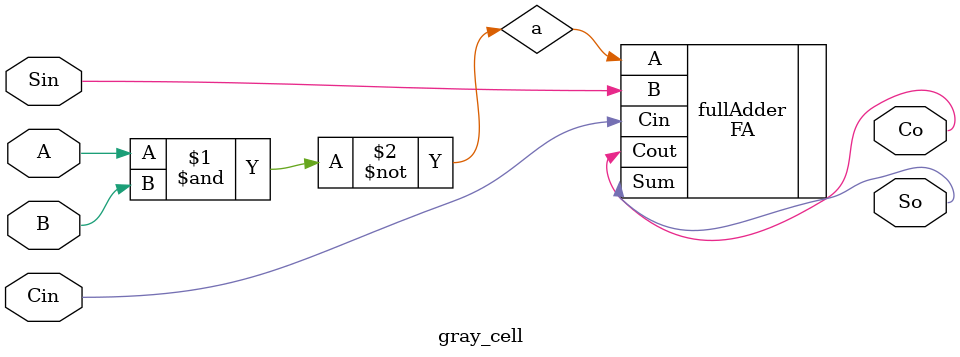
<source format=v>
module gray_cell(
	input A, B, Cin, Sin,
	output So, Co
);

wire a;

assign a = ~(A&B);

FA fullAdder(.A(a), .B(Sin), .Cin(Cin), .Sum(So), .Cout(Co));

endmodule

</source>
